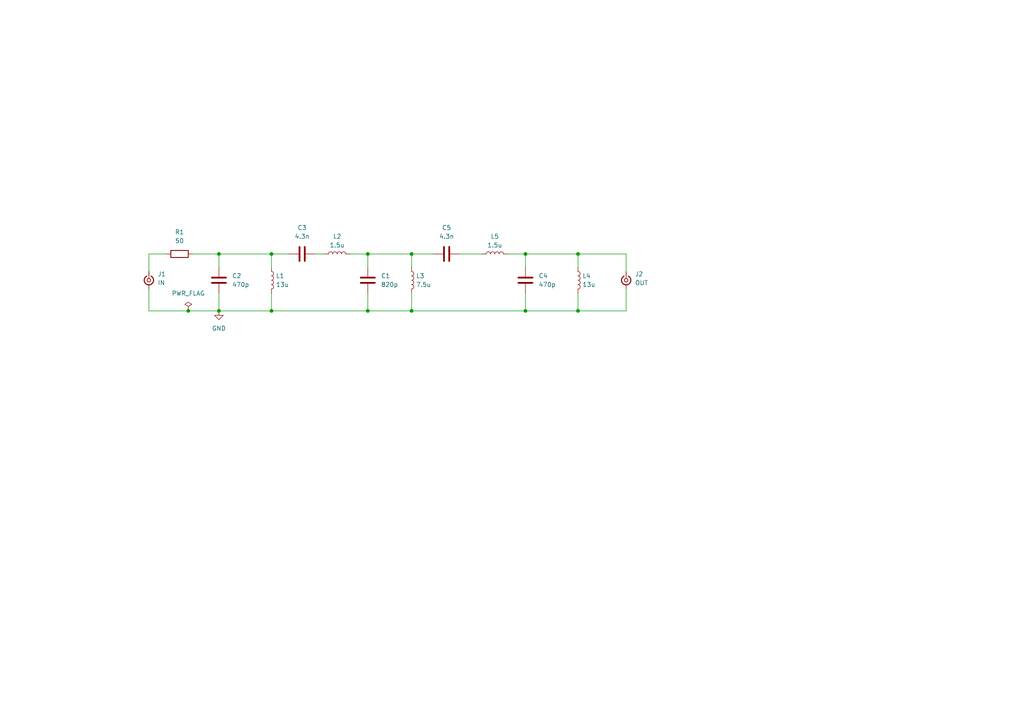
<source format=kicad_sch>
(kicad_sch (version 20231120) (generator "eeschema") (generator_version "8.0")
  (paper "A4")
  (lib_symbols
    (symbol "Connector:Conn_Coaxial_Small" (pin_numbers hide) (pin_names (offset 1.016) hide)
      (property "Reference" "J" (at 0.254 3.048 0))
      (property "Value" "Conn_Coaxial_Small" (at 0 -3.81 0))
      (symbol "Conn_Coaxial_Small_0_1"
        (polyline (pts (xy -2.54 0) (xy -0.508 0)))
        (circle (center 0 0) (radius 0.508) (stroke (width 0.2032)))
      )
      (symbol "Conn_Coaxial_Small_1_1"
        (arc (start -1.1916 -0.6311) (mid 0.327 -1.3081) (end 1.3484 0.0039) (stroke (width 0.3048)))
        (arc (start 1.3484 -0.0039) (mid 0.327 1.3081) (end -1.1916 0.6311) (stroke (width 0.3048)))
        (pin passive line (at -2.54 0 0) (length 1.27) (name "In") (number "1"))
        (pin passive line (at 2.54 0 180) (length 1.27) (name "Ext") (number "2"))
      )
    )
    (symbol "Device:C" (pin_numbers hide) (pin_names (offset 0.254))
      (property "Reference" "C" (at 0.635 2.54 0))
      (property "Value" "C" (at 0.635 -2.54 0))
      (symbol "C_0_1"
        (polyline (pts (xy -2.032 -0.762) (xy 2.032 -0.762)) (stroke (width 0.508)))
        (polyline (pts (xy -2.032 0.762) (xy 2.032 0.762)) (stroke (width 0.508)))
      )
      (symbol "C_1_1"
        (pin passive line (at 0 3.81 270) (length 2.794) (name "~") (number "1"))
        (pin passive line (at 0 -3.81 90) (length 2.794) (name "~") (number "2"))
      )
    )
    (symbol "Device:L" (pin_numbers hide) (pin_names (offset 1.016) hide)
      (property "Reference" "L" (at -1.27 0 90))
      (property "Value" "L" (at 1.905 0 90))
      (symbol "L_0_1"
        (arc (start 0 -2.54) (mid 0.6323 -1.905) (end 0 -1.27))
        (arc (start 0 -1.27) (mid 0.6323 -0.635) (end 0 0))
        (arc (start 0 0) (mid 0.6323 0.635) (end 0 1.27))
        (arc (start 0 1.27) (mid 0.6323 1.905) (end 0 2.54))
      )
      (symbol "L_1_1"
        (pin passive line (at 0 3.81 270) (length 1.27) (name "1") (number "1"))
        (pin passive line (at 0 -3.81 90) (length 1.27) (name "2") (number "2"))
      )
    )
    (symbol "Device:R" (pin_numbers hide) (pin_names (offset 0))
      (property "Reference" "R" (at 2.032 0 90))
      (property "Value" "R" (at 0 0 90))
      (symbol "R_0_1"
        (rectangle (start -1.016 -2.54) (end 1.016 2.54) (stroke (width 0.254)))
      )
      (symbol "R_1_1"
        (pin passive line (at 0 3.81 270) (length 1.27) (name "~") (number "1"))
        (pin passive line (at 0 -3.81 90) (length 1.27) (name "~") (number "2"))
      )
    )
    (symbol "power:GND" (power) (pin_numbers hide) (pin_names (offset 0) hide)
      (property "Value" "GND" (at 0 -3.81 0))
      (symbol "GND_0_1"
        (polyline (pts (xy 0 0) (xy 0 -1.27) (xy 1.27 -1.27) (xy 0 -2.54) (xy -1.27 -1.27) (xy 0 -1.27)))
      )
      (symbol "GND_1_1"
        (pin power_in line (at 0 0 270) (length 0) (name "~") (number "1"))
      )
    )
    (symbol "power:PWR_FLAG" (power) (pin_numbers hide) (pin_names (offset 0) hide)
      (property "Value" "PWR_FLAG" (at 0 3.81 0))
      (symbol "PWR_FLAG_0_0"
        (pin power_out line (at 0 0 90) (length 0) (name "~") (number "1"))
      )
      (symbol "PWR_FLAG_0_1"
        (polyline (pts (xy 0 0) (xy 0 1.27) (xy -1.016 1.905) (xy 0 2.54) (xy 1.016 1.905) (xy 0 1.27)))
      )
    )
  )
  (junction (at 119.38 90.17))
  (junction (at 106.68 73.66))
  (junction (at 54.61 90.17))
  (junction (at 152.4 90.17))
  (junction (at 63.5 73.66))
  (junction (at 106.68 90.17))
  (junction (at 78.74 73.66))
  (junction (at 167.64 73.66))
  (junction (at 119.38 73.66))
  (junction (at 152.4 73.66))
  (junction (at 78.74 90.17))
  (junction (at 167.64 90.17))
  (junction (at 63.5 90.17))
  (wire (pts (xy 147.32 73.66) (xy 152.4 73.66)))
  (wire (pts (xy 63.5 73.66) (xy 78.74 73.66)))
  (wire (pts (xy 152.4 73.66) (xy 152.4 77.47)))
  (wire (pts (xy 106.68 90.17) (xy 78.74 90.17)))
  (wire (pts (xy 63.5 85.09) (xy 63.5 90.17)))
  (wire (pts (xy 119.38 73.66) (xy 125.73 73.66)))
  (wire (pts (xy 43.18 83.82) (xy 43.18 90.17)))
  (wire (pts (xy 152.4 85.09) (xy 152.4 90.17)))
  (wire (pts (xy 101.6 73.66) (xy 106.68 73.66)))
  (wire (pts (xy 78.74 85.09) (xy 78.74 90.17)))
  (wire (pts (xy 119.38 77.47) (xy 119.38 73.66)))
  (wire (pts (xy 78.74 73.66) (xy 78.74 77.47)))
  (wire (pts (xy 106.68 90.17) (xy 119.38 90.17)))
  (wire (pts (xy 181.61 83.82) (xy 181.61 90.17)))
  (wire (pts (xy 181.61 78.74) (xy 181.61 73.66)))
  (wire (pts (xy 54.61 90.17) (xy 63.5 90.17)))
  (wire (pts (xy 106.68 85.09) (xy 106.68 90.17)))
  (wire (pts (xy 78.74 90.17) (xy 63.5 90.17)))
  (wire (pts (xy 181.61 90.17) (xy 167.64 90.17)))
  (wire (pts (xy 167.64 73.66) (xy 181.61 73.66)))
  (wire (pts (xy 106.68 73.66) (xy 119.38 73.66)))
  (wire (pts (xy 48.26 73.66) (xy 43.18 73.66)))
  (wire (pts (xy 119.38 85.09) (xy 119.38 90.17)))
  (wire (pts (xy 167.64 85.09) (xy 167.64 90.17)))
  (wire (pts (xy 78.74 73.66) (xy 83.82 73.66)))
  (wire (pts (xy 152.4 73.66) (xy 167.64 73.66)))
  (wire (pts (xy 167.64 73.66) (xy 167.64 77.47)))
  (wire (pts (xy 43.18 73.66) (xy 43.18 78.74)))
  (wire (pts (xy 133.35 73.66) (xy 139.7 73.66)))
  (wire (pts (xy 106.68 73.66) (xy 106.68 77.47)))
  (wire (pts (xy 167.64 90.17) (xy 152.4 90.17)))
  (wire (pts (xy 119.38 90.17) (xy 152.4 90.17)))
  (wire (pts (xy 43.18 90.17) (xy 54.61 90.17)))
  (wire (pts (xy 91.44 73.66) (xy 93.98 73.66)))
  (wire (pts (xy 55.88 73.66) (xy 63.5 73.66)))
  (wire (pts (xy 63.5 73.66) (xy 63.5 77.47)))
  (symbol (lib_id "Device:C") (at 106.68 81.28 180) (unit 1)
    (property "Reference" "C1" (at 110.49 80.0099 0) (effects (justify right)))
    (property "Value" "820p" (at 110.49 82.5499 0) (effects (justify right)))
    (property "Footprint" "Capacitor_THT:C_Disc_D3.8mm_W2.6mm_P2.50mm" (effects (hide yes)))
    (property "Description" "Unpolarized capacitor" (effects (hide yes)))
  )
  (symbol (lib_id "power:PWR_FLAG") (at 54.61 90.17 0) (unit 1)
    (property "Reference" "#FLG01" (effects (hide yes)))
    (property "Value" "PWR_FLAG" (at 54.61 85.09 0))
    (property "Description" "Special symbol for telling ERC where power comes from" (effects (hide yes)))
  )
  (symbol (lib_id "Device:L") (at 97.79 73.66 90) (unit 1)
    (property "Reference" "L2" (at 97.79 68.58 90))
    (property "Value" "1.5u" (at 97.79 71.12 90))
    (property "Footprint" "Inductor_THT:L_Toroid_Vertical_L10.0mm_W5.0mm_P5.08mm" (effects (hide yes)))
    (property "Description" "Inductor" (effects (hide yes)))
  )
  (symbol (lib_id "Device:C") (at 87.63 73.66 90) (unit 1)
    (property "Reference" "C3" (at 87.63 66.04 90))
    (property "Value" "4.3n" (at 87.63 68.58 90))
    (property "Footprint" "Capacitor_THT:C_Disc_D3.8mm_W2.6mm_P2.50mm" (effects (hide yes)))
    (property "Description" "Unpolarized capacitor" (effects (hide yes)))
  )
  (symbol (lib_id "Connector:Conn_Coaxial_Small") (at 43.18 81.28 270) (unit 1)
    (property "Reference" "J1" (at 45.72 79.4903 90) (effects (justify left)))
    (property "Value" "IN" (at 45.72 82.0303 90) (effects (justify left)))
    (property "Footprint" "Connector_Coaxial:SMA_Amphenol_901-144_Vertical" (effects (hide yes)))
    (property "Datasheet" " ~" (effects (hide yes)))
    (property "Description" "small coaxial connector (BNC, SMA, SMB, SMC, Cinch/RCA, LEMO, ...)" (effects (hide yes)))
  )
  (symbol (lib_id "Device:C") (at 129.54 73.66 90) (unit 1)
    (property "Reference" "C5" (at 129.54 66.04 90))
    (property "Value" "4.3n" (at 129.54 68.58 90))
    (property "Footprint" "Capacitor_THT:C_Disc_D3.8mm_W2.6mm_P2.50mm" (effects (hide yes)))
    (property "Description" "Unpolarized capacitor" (effects (hide yes)))
  )
  (symbol (lib_id "Connector:Conn_Coaxial_Small") (at 181.61 81.28 270) (unit 1)
    (property "Reference" "J2" (at 184.15 79.4903 90) (effects (justify left)))
    (property "Value" "OUT" (at 184.15 82.0303 90) (effects (justify left)))
    (property "Footprint" "Connector_Coaxial:SMA_Amphenol_901-144_Vertical" (effects (hide yes)))
    (property "Datasheet" " ~" (effects (hide yes)))
    (property "Description" "small coaxial connector (BNC, SMA, SMB, SMC, Cinch/RCA, LEMO, ...)" (effects (hide yes)))
  )
  (symbol (lib_id "Device:L") (at 119.38 81.28 0) (unit 1)
    (property "Reference" "L3" (at 120.65 80.0099 0) (effects (justify left)))
    (property "Value" "7.5u" (at 120.65 82.5499 0) (effects (justify left)))
    (property "Footprint" "Inductor_THT:L_Toroid_Vertical_L10.0mm_W5.0mm_P5.08mm" (effects (hide yes)))
    (property "Description" "Inductor" (effects (hide yes)))
  )
  (symbol (lib_id "Device:C") (at 63.5 81.28 0) (unit 1)
    (property "Reference" "C2" (at 67.31 80.0099 0) (effects (justify left)))
    (property "Value" "470p" (at 67.31 82.5499 0) (effects (justify left)))
    (property "Footprint" "Capacitor_THT:C_Disc_D3.8mm_W2.6mm_P2.50mm" (effects (hide yes)))
    (property "Description" "Unpolarized capacitor" (effects (hide yes)))
  )
  (symbol (lib_id "power:GND") (at 63.5 90.17 0) (unit 1)
    (property "Reference" "#PWR01" (effects (hide yes)))
    (property "Value" "GND" (at 63.5 95.25 0))
    (property "Description" "Power symbol creates a global label with name \"GND\" , ground" (effects (hide yes)))
  )
  (symbol (lib_id "Device:L") (at 143.51 73.66 90) (unit 1)
    (property "Reference" "L5" (at 143.51 68.58 90))
    (property "Value" "1.5u" (at 143.51 71.12 90))
    (property "Footprint" "Inductor_THT:L_Toroid_Vertical_L10.0mm_W5.0mm_P5.08mm" (effects (hide yes)))
    (property "Description" "Inductor" (effects (hide yes)))
  )
  (symbol (lib_id "Device:L") (at 78.74 81.28 0) (unit 1)
    (property "Reference" "L1" (at 80.01 80.0099 0) (effects (justify left)))
    (property "Value" "13u" (at 80.01 82.5499 0) (effects (justify left)))
    (property "Footprint" "Inductor_THT:L_Toroid_Vertical_L10.0mm_W5.0mm_P5.08mm" (effects (hide yes)))
    (property "Description" "Inductor" (effects (hide yes)))
  )
  (symbol (lib_id "Device:C") (at 152.4 81.28 0) (unit 1)
    (property "Reference" "C4" (at 156.21 80.0099 0) (effects (justify left)))
    (property "Value" "470p" (at 156.21 82.5499 0) (effects (justify left)))
    (property "Footprint" "Capacitor_THT:C_Disc_D3.8mm_W2.6mm_P2.50mm" (effects (hide yes)))
    (property "Description" "Unpolarized capacitor" (effects (hide yes)))
  )
  (symbol (lib_id "Device:R") (at 52.07 73.66 90) (unit 1)
    (property "Reference" "R1" (at 52.07 67.31 90))
    (property "Value" "50" (at 52.07 69.85 90))
    (property "Footprint" "Resistor_THT:R_Axial_DIN0204_L3.6mm_D1.6mm_P7.62mm_Horizontal" (effects (hide yes)))
    (property "Description" "Resistor" (effects (hide yes)))
  )
  (symbol (lib_id "Device:L") (at 167.64 81.28 0) (unit 1)
    (property "Reference" "L4" (at 168.91 80.0099 0) (effects (justify left)))
    (property "Value" "13u" (at 168.91 82.5499 0) (effects (justify left)))
    (property "Footprint" "Inductor_THT:L_Toroid_Vertical_L10.0mm_W5.0mm_P5.08mm" (effects (hide yes)))
    (property "Description" "Inductor" (effects (hide yes)))
  )
)
</source>
